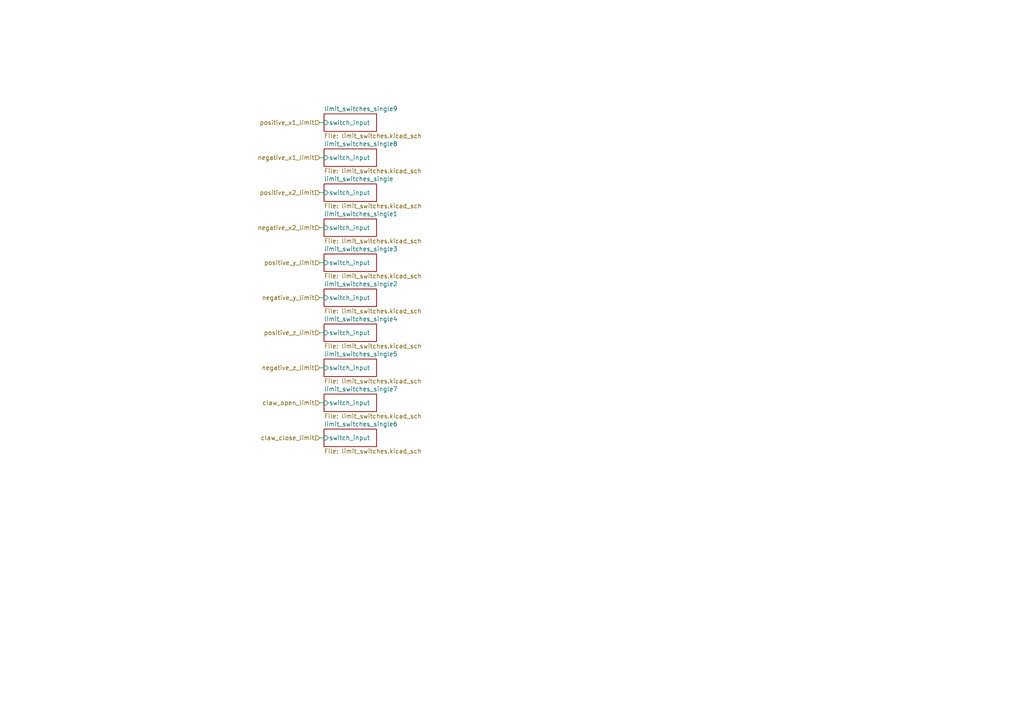
<source format=kicad_sch>
(kicad_sch (version 20230121) (generator eeschema)
  (paper "A4")
  (lib_symbols)
  (wire (pts (xy 92.71 96.52) (xy 93.98 96.52)))
  (wire (pts (xy 92.71 35.56) (xy 93.98 35.56)))
  (wire (pts (xy 92.71 86.36) (xy 93.98 86.36)))
  (wire (pts (xy 92.71 116.84) (xy 93.98 116.84)))
  (wire (pts (xy 92.71 127) (xy 93.98 127)))
  (wire (pts (xy 92.71 55.88) (xy 93.98 55.88)))
  (wire (pts (xy 92.71 106.68) (xy 93.98 106.68)))
  (wire (pts (xy 92.71 45.72) (xy 93.98 45.72)))
  (wire (pts (xy 92.71 66.04) (xy 93.98 66.04)))
  (wire (pts (xy 92.71 76.2) (xy 93.98 76.2)))
  (hierarchical_label "positive_x1_limit" (shape input) (at 92.71 35.56 180))
  (hierarchical_label "claw_close_limit" (shape input) (at 92.71 127 180))
  (hierarchical_label "positive_y_limit" (shape input) (at 92.71 76.2 180))
  (hierarchical_label "negative_y_limit" (shape input) (at 92.71 86.36 180))
  (hierarchical_label "positive_z_limit" (shape input) (at 92.71 96.52 180))
  (hierarchical_label "claw_open_limit" (shape input) (at 92.71 116.84 180))
  (hierarchical_label "positive_x2_limit" (shape input) (at 92.71 55.88 180))
  (hierarchical_label "negative_x2_limit" (shape input) (at 92.71 66.04 180))
  (hierarchical_label "negative_z_limit" (shape input) (at 92.71 106.68 180))
  (hierarchical_label "negative_x1_limit" (shape input) (at 92.71 45.72 180))
  (sheet (at 93.98 73.66) (size 15.24 5.08) (stroke (width 0.1524))
    (property "Sheetname" "limit_switches_single3" (at 93.98 72.9484 0) (effects (justify left bottom)))
    (property "Sheetfile" "limit_switches.kicad_sch" (at 93.98 79.3246 0) (effects (justify left top)))
    (pin "switch_input" input (at 93.98 76.2 180))
  )
  (sheet (at 93.98 33.02) (size 15.24 5.08) (stroke (width 0.1524))
    (property "Sheetname" "limit_switches_single9" (at 93.98 32.3084 0) (effects (justify left bottom)))
    (property "Sheetfile" "limit_switches.kicad_sch" (at 93.98 38.6846 0) (effects (justify left top)))
    (pin "switch_input" input (at 93.98 35.56 180))
  )
  (sheet (at 93.98 124.46) (size 15.24 5.08) (stroke (width 0.1524))
    (property "Sheetname" "limit_switches_single6" (at 93.98 123.7484 0) (effects (justify left bottom)))
    (property "Sheetfile" "limit_switches.kicad_sch" (at 93.98 130.1246 0) (effects (justify left top)))
    (pin "switch_input" input (at 93.98 127 180))
  )
  (sheet (at 93.98 43.18) (size 15.24 5.08) (stroke (width 0.1524))
    (property "Sheetname" "limit_switches_single8" (at 93.98 42.4684 0) (effects (justify left bottom)))
    (property "Sheetfile" "limit_switches.kicad_sch" (at 93.98 48.8446 0) (effects (justify left top)))
    (pin "switch_input" input (at 93.98 45.72 180))
  )
  (sheet (at 93.98 93.98) (size 15.24 5.08) (stroke (width 0.1524))
    (property "Sheetname" "limit_switches_single4" (at 93.98 93.2684 0) (effects (justify left bottom)))
    (property "Sheetfile" "limit_switches.kicad_sch" (at 93.98 99.6446 0) (effects (justify left top)))
    (pin "switch_input" input (at 93.98 96.52 180))
  )
  (sheet (at 93.98 114.3) (size 15.24 5.08) (stroke (width 0.1524))
    (property "Sheetname" "limit_switches_single7" (at 93.98 113.5884 0) (effects (justify left bottom)))
    (property "Sheetfile" "limit_switches.kicad_sch" (at 93.98 119.9646 0) (effects (justify left top)))
    (pin "switch_input" input (at 93.98 116.84 180))
  )
  (sheet (at 93.98 63.5) (size 15.24 5.08) (stroke (width 0.1524))
    (property "Sheetname" "limit_switches_single1" (at 93.98 62.7884 0) (effects (justify left bottom)))
    (property "Sheetfile" "limit_switches.kicad_sch" (at 93.98 69.1646 0) (effects (justify left top)))
    (pin "switch_input" input (at 93.98 66.04 180))
  )
  (sheet (at 93.98 104.14) (size 15.24 5.08) (stroke (width 0.1524))
    (property "Sheetname" "limit_switches_single5" (at 93.98 103.4284 0) (effects (justify left bottom)))
    (property "Sheetfile" "limit_switches.kicad_sch" (at 93.98 109.8046 0) (effects (justify left top)))
    (pin "switch_input" input (at 93.98 106.68 180))
  )
  (sheet (at 93.98 53.34) (size 15.24 5.08) (stroke (width 0.1524))
    (property "Sheetname" "limit_switches_single" (at 93.98 52.6284 0) (effects (justify left bottom)))
    (property "Sheetfile" "limit_switches.kicad_sch" (at 93.98 59.0046 0) (effects (justify left top)))
    (pin "switch_input" input (at 93.98 55.88 180))
  )
  (sheet (at 93.98 83.82) (size 15.24 5.08) (stroke (width 0.1524))
    (property "Sheetname" "limit_switches_single2" (at 93.98 83.1084 0) (effects (justify left bottom)))
    (property "Sheetfile" "limit_switches.kicad_sch" (at 93.98 89.4846 0) (effects (justify left top)))
    (pin "switch_input" input (at 93.98 86.36 180))
  )
)
</source>
